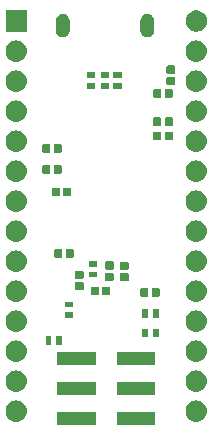
<source format=gbr>
G04 #@! TF.GenerationSoftware,KiCad,Pcbnew,5.0.1-33cea8e~66~ubuntu18.04.1*
G04 #@! TF.CreationDate,2018-10-16T23:10:54+02:00*
G04 #@! TF.ProjectId,TinyFPGA-BX,54696E79465047412D42582E6B696361,rev?*
G04 #@! TF.SameCoordinates,Original*
G04 #@! TF.FileFunction,Soldermask,Bot*
G04 #@! TF.FilePolarity,Negative*
%FSLAX46Y46*%
G04 Gerber Fmt 4.6, Leading zero omitted, Abs format (unit mm)*
G04 Created by KiCad (PCBNEW 5.0.1-33cea8e~66~ubuntu18.04.1) date di 16 okt 2018 23:10:54 CEST*
%MOMM*%
%LPD*%
G01*
G04 APERTURE LIST*
%ADD10C,0.100000*%
G04 APERTURE END LIST*
D10*
G36*
X155295000Y-131995000D02*
X152045000Y-131995000D01*
X152045000Y-130895000D01*
X155295000Y-130895000D01*
X155295000Y-131995000D01*
X155295000Y-131995000D01*
G37*
G36*
X150245000Y-131995000D02*
X146995000Y-131995000D01*
X146995000Y-130895000D01*
X150245000Y-130895000D01*
X150245000Y-131995000D01*
X150245000Y-131995000D01*
G37*
G36*
X143692432Y-129932122D02*
X143862081Y-129983585D01*
X144018433Y-130067156D01*
X144155475Y-130179625D01*
X144267944Y-130316667D01*
X144351515Y-130473019D01*
X144402978Y-130642668D01*
X144420354Y-130819100D01*
X144402978Y-130995532D01*
X144351515Y-131165181D01*
X144267944Y-131321533D01*
X144155475Y-131458575D01*
X144018433Y-131571044D01*
X143862081Y-131654615D01*
X143692432Y-131706078D01*
X143560211Y-131719100D01*
X143471789Y-131719100D01*
X143339568Y-131706078D01*
X143169919Y-131654615D01*
X143013567Y-131571044D01*
X142876525Y-131458575D01*
X142764056Y-131321533D01*
X142680485Y-131165181D01*
X142629022Y-130995532D01*
X142611646Y-130819100D01*
X142629022Y-130642668D01*
X142680485Y-130473019D01*
X142764056Y-130316667D01*
X142876525Y-130179625D01*
X143013567Y-130067156D01*
X143169919Y-129983585D01*
X143339568Y-129932122D01*
X143471789Y-129919100D01*
X143560211Y-129919100D01*
X143692432Y-129932122D01*
X143692432Y-129932122D01*
G37*
G36*
X158932432Y-129932122D02*
X159102081Y-129983585D01*
X159258433Y-130067156D01*
X159395475Y-130179625D01*
X159507944Y-130316667D01*
X159591515Y-130473019D01*
X159642978Y-130642668D01*
X159660354Y-130819100D01*
X159642978Y-130995532D01*
X159591515Y-131165181D01*
X159507944Y-131321533D01*
X159395475Y-131458575D01*
X159258433Y-131571044D01*
X159102081Y-131654615D01*
X158932432Y-131706078D01*
X158800211Y-131719100D01*
X158711789Y-131719100D01*
X158579568Y-131706078D01*
X158409919Y-131654615D01*
X158253567Y-131571044D01*
X158116525Y-131458575D01*
X158004056Y-131321533D01*
X157920485Y-131165181D01*
X157869022Y-130995532D01*
X157851646Y-130819100D01*
X157869022Y-130642668D01*
X157920485Y-130473019D01*
X158004056Y-130316667D01*
X158116525Y-130179625D01*
X158253567Y-130067156D01*
X158409919Y-129983585D01*
X158579568Y-129932122D01*
X158711789Y-129919100D01*
X158800211Y-129919100D01*
X158932432Y-129932122D01*
X158932432Y-129932122D01*
G37*
G36*
X155295000Y-129455000D02*
X152045000Y-129455000D01*
X152045000Y-128355000D01*
X155295000Y-128355000D01*
X155295000Y-129455000D01*
X155295000Y-129455000D01*
G37*
G36*
X150245000Y-129455000D02*
X146995000Y-129455000D01*
X146995000Y-128355000D01*
X150245000Y-128355000D01*
X150245000Y-129455000D01*
X150245000Y-129455000D01*
G37*
G36*
X158932432Y-127392122D02*
X159102081Y-127443585D01*
X159258433Y-127527156D01*
X159395475Y-127639625D01*
X159507944Y-127776667D01*
X159591515Y-127933019D01*
X159642978Y-128102668D01*
X159660354Y-128279100D01*
X159642978Y-128455532D01*
X159591515Y-128625181D01*
X159507944Y-128781533D01*
X159395475Y-128918575D01*
X159258433Y-129031044D01*
X159102081Y-129114615D01*
X158932432Y-129166078D01*
X158800211Y-129179100D01*
X158711789Y-129179100D01*
X158579568Y-129166078D01*
X158409919Y-129114615D01*
X158253567Y-129031044D01*
X158116525Y-128918575D01*
X158004056Y-128781533D01*
X157920485Y-128625181D01*
X157869022Y-128455532D01*
X157851646Y-128279100D01*
X157869022Y-128102668D01*
X157920485Y-127933019D01*
X158004056Y-127776667D01*
X158116525Y-127639625D01*
X158253567Y-127527156D01*
X158409919Y-127443585D01*
X158579568Y-127392122D01*
X158711789Y-127379100D01*
X158800211Y-127379100D01*
X158932432Y-127392122D01*
X158932432Y-127392122D01*
G37*
G36*
X143692432Y-127392122D02*
X143862081Y-127443585D01*
X144018433Y-127527156D01*
X144155475Y-127639625D01*
X144267944Y-127776667D01*
X144351515Y-127933019D01*
X144402978Y-128102668D01*
X144420354Y-128279100D01*
X144402978Y-128455532D01*
X144351515Y-128625181D01*
X144267944Y-128781533D01*
X144155475Y-128918575D01*
X144018433Y-129031044D01*
X143862081Y-129114615D01*
X143692432Y-129166078D01*
X143560211Y-129179100D01*
X143471789Y-129179100D01*
X143339568Y-129166078D01*
X143169919Y-129114615D01*
X143013567Y-129031044D01*
X142876525Y-128918575D01*
X142764056Y-128781533D01*
X142680485Y-128625181D01*
X142629022Y-128455532D01*
X142611646Y-128279100D01*
X142629022Y-128102668D01*
X142680485Y-127933019D01*
X142764056Y-127776667D01*
X142876525Y-127639625D01*
X143013567Y-127527156D01*
X143169919Y-127443585D01*
X143339568Y-127392122D01*
X143471789Y-127379100D01*
X143560211Y-127379100D01*
X143692432Y-127392122D01*
X143692432Y-127392122D01*
G37*
G36*
X155295000Y-126915000D02*
X152045000Y-126915000D01*
X152045000Y-125815000D01*
X155295000Y-125815000D01*
X155295000Y-126915000D01*
X155295000Y-126915000D01*
G37*
G36*
X150245000Y-126915000D02*
X146995000Y-126915000D01*
X146995000Y-125815000D01*
X150245000Y-125815000D01*
X150245000Y-126915000D01*
X150245000Y-126915000D01*
G37*
G36*
X143692432Y-124852122D02*
X143862081Y-124903585D01*
X144018433Y-124987156D01*
X144155475Y-125099625D01*
X144267944Y-125236667D01*
X144351515Y-125393019D01*
X144402978Y-125562668D01*
X144420354Y-125739100D01*
X144402978Y-125915532D01*
X144351515Y-126085181D01*
X144267944Y-126241533D01*
X144155475Y-126378575D01*
X144018433Y-126491044D01*
X143862081Y-126574615D01*
X143692432Y-126626078D01*
X143560211Y-126639100D01*
X143471789Y-126639100D01*
X143339568Y-126626078D01*
X143169919Y-126574615D01*
X143013567Y-126491044D01*
X142876525Y-126378575D01*
X142764056Y-126241533D01*
X142680485Y-126085181D01*
X142629022Y-125915532D01*
X142611646Y-125739100D01*
X142629022Y-125562668D01*
X142680485Y-125393019D01*
X142764056Y-125236667D01*
X142876525Y-125099625D01*
X143013567Y-124987156D01*
X143169919Y-124903585D01*
X143339568Y-124852122D01*
X143471789Y-124839100D01*
X143560211Y-124839100D01*
X143692432Y-124852122D01*
X143692432Y-124852122D01*
G37*
G36*
X158932432Y-124852122D02*
X159102081Y-124903585D01*
X159258433Y-124987156D01*
X159395475Y-125099625D01*
X159507944Y-125236667D01*
X159591515Y-125393019D01*
X159642978Y-125562668D01*
X159660354Y-125739100D01*
X159642978Y-125915532D01*
X159591515Y-126085181D01*
X159507944Y-126241533D01*
X159395475Y-126378575D01*
X159258433Y-126491044D01*
X159102081Y-126574615D01*
X158932432Y-126626078D01*
X158800211Y-126639100D01*
X158711789Y-126639100D01*
X158579568Y-126626078D01*
X158409919Y-126574615D01*
X158253567Y-126491044D01*
X158116525Y-126378575D01*
X158004056Y-126241533D01*
X157920485Y-126085181D01*
X157869022Y-125915532D01*
X157851646Y-125739100D01*
X157869022Y-125562668D01*
X157920485Y-125393019D01*
X158004056Y-125236667D01*
X158116525Y-125099625D01*
X158253567Y-124987156D01*
X158409919Y-124903585D01*
X158579568Y-124852122D01*
X158711789Y-124839100D01*
X158800211Y-124839100D01*
X158932432Y-124852122D01*
X158932432Y-124852122D01*
G37*
G36*
X146475000Y-125191000D02*
X145995000Y-125191000D01*
X145995000Y-124491000D01*
X146475000Y-124491000D01*
X146475000Y-125191000D01*
X146475000Y-125191000D01*
G37*
G36*
X147375000Y-125191000D02*
X146895000Y-125191000D01*
X146895000Y-124491000D01*
X147375000Y-124491000D01*
X147375000Y-125191000D01*
X147375000Y-125191000D01*
G37*
G36*
X155582000Y-124556000D02*
X155082000Y-124556000D01*
X155082000Y-123856000D01*
X155582000Y-123856000D01*
X155582000Y-124556000D01*
X155582000Y-124556000D01*
G37*
G36*
X154682000Y-124556000D02*
X154182000Y-124556000D01*
X154182000Y-123856000D01*
X154682000Y-123856000D01*
X154682000Y-124556000D01*
X154682000Y-124556000D01*
G37*
G36*
X158932432Y-122312122D02*
X159102081Y-122363585D01*
X159258433Y-122447156D01*
X159395475Y-122559625D01*
X159507944Y-122696667D01*
X159591515Y-122853019D01*
X159642978Y-123022668D01*
X159660354Y-123199100D01*
X159642978Y-123375532D01*
X159591515Y-123545181D01*
X159507944Y-123701533D01*
X159395475Y-123838575D01*
X159258433Y-123951044D01*
X159102081Y-124034615D01*
X158932432Y-124086078D01*
X158800211Y-124099100D01*
X158711789Y-124099100D01*
X158579568Y-124086078D01*
X158409919Y-124034615D01*
X158253567Y-123951044D01*
X158116525Y-123838575D01*
X158004056Y-123701533D01*
X157920485Y-123545181D01*
X157869022Y-123375532D01*
X157851646Y-123199100D01*
X157869022Y-123022668D01*
X157920485Y-122853019D01*
X158004056Y-122696667D01*
X158116525Y-122559625D01*
X158253567Y-122447156D01*
X158409919Y-122363585D01*
X158579568Y-122312122D01*
X158711789Y-122299100D01*
X158800211Y-122299100D01*
X158932432Y-122312122D01*
X158932432Y-122312122D01*
G37*
G36*
X143692432Y-122312122D02*
X143862081Y-122363585D01*
X144018433Y-122447156D01*
X144155475Y-122559625D01*
X144267944Y-122696667D01*
X144351515Y-122853019D01*
X144402978Y-123022668D01*
X144420354Y-123199100D01*
X144402978Y-123375532D01*
X144351515Y-123545181D01*
X144267944Y-123701533D01*
X144155475Y-123838575D01*
X144018433Y-123951044D01*
X143862081Y-124034615D01*
X143692432Y-124086078D01*
X143560211Y-124099100D01*
X143471789Y-124099100D01*
X143339568Y-124086078D01*
X143169919Y-124034615D01*
X143013567Y-123951044D01*
X142876525Y-123838575D01*
X142764056Y-123701533D01*
X142680485Y-123545181D01*
X142629022Y-123375532D01*
X142611646Y-123199100D01*
X142629022Y-123022668D01*
X142680485Y-122853019D01*
X142764056Y-122696667D01*
X142876525Y-122559625D01*
X143013567Y-122447156D01*
X143169919Y-122363585D01*
X143339568Y-122312122D01*
X143471789Y-122299100D01*
X143560211Y-122299100D01*
X143692432Y-122312122D01*
X143692432Y-122312122D01*
G37*
G36*
X148305000Y-122943000D02*
X147605000Y-122943000D01*
X147605000Y-122443000D01*
X148305000Y-122443000D01*
X148305000Y-122943000D01*
X148305000Y-122943000D01*
G37*
G36*
X154682000Y-122905000D02*
X154182000Y-122905000D01*
X154182000Y-122205000D01*
X154682000Y-122205000D01*
X154682000Y-122905000D01*
X154682000Y-122905000D01*
G37*
G36*
X155582000Y-122905000D02*
X155082000Y-122905000D01*
X155082000Y-122205000D01*
X155582000Y-122205000D01*
X155582000Y-122905000D01*
X155582000Y-122905000D01*
G37*
G36*
X148305000Y-122043000D02*
X147605000Y-122043000D01*
X147605000Y-121543000D01*
X148305000Y-121543000D01*
X148305000Y-122043000D01*
X148305000Y-122043000D01*
G37*
G36*
X143692432Y-119772122D02*
X143862081Y-119823585D01*
X144018433Y-119907156D01*
X144155475Y-120019625D01*
X144267944Y-120156667D01*
X144351515Y-120313019D01*
X144402978Y-120482668D01*
X144420354Y-120659100D01*
X144402978Y-120835532D01*
X144351515Y-121005181D01*
X144267944Y-121161533D01*
X144155475Y-121298575D01*
X144018433Y-121411044D01*
X143862081Y-121494615D01*
X143692432Y-121546078D01*
X143560211Y-121559100D01*
X143471789Y-121559100D01*
X143339568Y-121546078D01*
X143169919Y-121494615D01*
X143013567Y-121411044D01*
X142876525Y-121298575D01*
X142764056Y-121161533D01*
X142680485Y-121005181D01*
X142629022Y-120835532D01*
X142611646Y-120659100D01*
X142629022Y-120482668D01*
X142680485Y-120313019D01*
X142764056Y-120156667D01*
X142876525Y-120019625D01*
X143013567Y-119907156D01*
X143169919Y-119823585D01*
X143339568Y-119772122D01*
X143471789Y-119759100D01*
X143560211Y-119759100D01*
X143692432Y-119772122D01*
X143692432Y-119772122D01*
G37*
G36*
X158932432Y-119772122D02*
X159102081Y-119823585D01*
X159258433Y-119907156D01*
X159395475Y-120019625D01*
X159507944Y-120156667D01*
X159591515Y-120313019D01*
X159642978Y-120482668D01*
X159660354Y-120659100D01*
X159642978Y-120835532D01*
X159591515Y-121005181D01*
X159507944Y-121161533D01*
X159395475Y-121298575D01*
X159258433Y-121411044D01*
X159102081Y-121494615D01*
X158932432Y-121546078D01*
X158800211Y-121559100D01*
X158711789Y-121559100D01*
X158579568Y-121546078D01*
X158409919Y-121494615D01*
X158253567Y-121411044D01*
X158116525Y-121298575D01*
X158004056Y-121161533D01*
X157920485Y-121005181D01*
X157869022Y-120835532D01*
X157851646Y-120659100D01*
X157869022Y-120482668D01*
X157920485Y-120313019D01*
X158004056Y-120156667D01*
X158116525Y-120019625D01*
X158253567Y-119907156D01*
X158409919Y-119823585D01*
X158579568Y-119772122D01*
X158711789Y-119759100D01*
X158800211Y-119759100D01*
X158932432Y-119772122D01*
X158932432Y-119772122D01*
G37*
G36*
X154607340Y-120409706D02*
X154627866Y-120415933D01*
X154646773Y-120426039D01*
X154663354Y-120439646D01*
X154676961Y-120456227D01*
X154687067Y-120475134D01*
X154693294Y-120495660D01*
X154696000Y-120523138D01*
X154696000Y-121030862D01*
X154693294Y-121058340D01*
X154687067Y-121078866D01*
X154676961Y-121097773D01*
X154663354Y-121114354D01*
X154646773Y-121127961D01*
X154627866Y-121138067D01*
X154607340Y-121144294D01*
X154579862Y-121147000D01*
X154122138Y-121147000D01*
X154094660Y-121144294D01*
X154074134Y-121138067D01*
X154055227Y-121127961D01*
X154038646Y-121114354D01*
X154025039Y-121097773D01*
X154014933Y-121078866D01*
X154008706Y-121058340D01*
X154006000Y-121030862D01*
X154006000Y-120523138D01*
X154008706Y-120495660D01*
X154014933Y-120475134D01*
X154025039Y-120456227D01*
X154038646Y-120439646D01*
X154055227Y-120426039D01*
X154074134Y-120415933D01*
X154094660Y-120409706D01*
X154122138Y-120407000D01*
X154579862Y-120407000D01*
X154607340Y-120409706D01*
X154607340Y-120409706D01*
G37*
G36*
X155577340Y-120409706D02*
X155597866Y-120415933D01*
X155616773Y-120426039D01*
X155633354Y-120439646D01*
X155646961Y-120456227D01*
X155657067Y-120475134D01*
X155663294Y-120495660D01*
X155666000Y-120523138D01*
X155666000Y-121030862D01*
X155663294Y-121058340D01*
X155657067Y-121078866D01*
X155646961Y-121097773D01*
X155633354Y-121114354D01*
X155616773Y-121127961D01*
X155597866Y-121138067D01*
X155577340Y-121144294D01*
X155549862Y-121147000D01*
X155092138Y-121147000D01*
X155064660Y-121144294D01*
X155044134Y-121138067D01*
X155025227Y-121127961D01*
X155008646Y-121114354D01*
X154995039Y-121097773D01*
X154984933Y-121078866D01*
X154978706Y-121058340D01*
X154976000Y-121030862D01*
X154976000Y-120523138D01*
X154978706Y-120495660D01*
X154984933Y-120475134D01*
X154995039Y-120456227D01*
X155008646Y-120439646D01*
X155025227Y-120426039D01*
X155044134Y-120415933D01*
X155064660Y-120409706D01*
X155092138Y-120407000D01*
X155549862Y-120407000D01*
X155577340Y-120409706D01*
X155577340Y-120409706D01*
G37*
G36*
X150416340Y-120282706D02*
X150436866Y-120288933D01*
X150455773Y-120299039D01*
X150472354Y-120312646D01*
X150485961Y-120329227D01*
X150496067Y-120348134D01*
X150502294Y-120368660D01*
X150505000Y-120396138D01*
X150505000Y-120903862D01*
X150502294Y-120931340D01*
X150496067Y-120951866D01*
X150485961Y-120970773D01*
X150472354Y-120987354D01*
X150455773Y-121000961D01*
X150436866Y-121011067D01*
X150416340Y-121017294D01*
X150388862Y-121020000D01*
X149931138Y-121020000D01*
X149903660Y-121017294D01*
X149883134Y-121011067D01*
X149864227Y-121000961D01*
X149847646Y-120987354D01*
X149834039Y-120970773D01*
X149823933Y-120951866D01*
X149817706Y-120931340D01*
X149815000Y-120903862D01*
X149815000Y-120396138D01*
X149817706Y-120368660D01*
X149823933Y-120348134D01*
X149834039Y-120329227D01*
X149847646Y-120312646D01*
X149864227Y-120299039D01*
X149883134Y-120288933D01*
X149903660Y-120282706D01*
X149931138Y-120280000D01*
X150388862Y-120280000D01*
X150416340Y-120282706D01*
X150416340Y-120282706D01*
G37*
G36*
X151386340Y-120282706D02*
X151406866Y-120288933D01*
X151425773Y-120299039D01*
X151442354Y-120312646D01*
X151455961Y-120329227D01*
X151466067Y-120348134D01*
X151472294Y-120368660D01*
X151475000Y-120396138D01*
X151475000Y-120903862D01*
X151472294Y-120931340D01*
X151466067Y-120951866D01*
X151455961Y-120970773D01*
X151442354Y-120987354D01*
X151425773Y-121000961D01*
X151406866Y-121011067D01*
X151386340Y-121017294D01*
X151358862Y-121020000D01*
X150901138Y-121020000D01*
X150873660Y-121017294D01*
X150853134Y-121011067D01*
X150834227Y-121000961D01*
X150817646Y-120987354D01*
X150804039Y-120970773D01*
X150793933Y-120951866D01*
X150787706Y-120931340D01*
X150785000Y-120903862D01*
X150785000Y-120396138D01*
X150787706Y-120368660D01*
X150793933Y-120348134D01*
X150804039Y-120329227D01*
X150817646Y-120312646D01*
X150834227Y-120299039D01*
X150853134Y-120288933D01*
X150873660Y-120282706D01*
X150901138Y-120280000D01*
X151358862Y-120280000D01*
X151386340Y-120282706D01*
X151386340Y-120282706D01*
G37*
G36*
X149125340Y-119903706D02*
X149145866Y-119909933D01*
X149164773Y-119920039D01*
X149181354Y-119933646D01*
X149194961Y-119950227D01*
X149205067Y-119969134D01*
X149211294Y-119989660D01*
X149214000Y-120017138D01*
X149214000Y-120474862D01*
X149211294Y-120502340D01*
X149205067Y-120522866D01*
X149194961Y-120541773D01*
X149181354Y-120558354D01*
X149164773Y-120571961D01*
X149145866Y-120582067D01*
X149125340Y-120588294D01*
X149097862Y-120591000D01*
X148590138Y-120591000D01*
X148562660Y-120588294D01*
X148542134Y-120582067D01*
X148523227Y-120571961D01*
X148506646Y-120558354D01*
X148493039Y-120541773D01*
X148482933Y-120522866D01*
X148476706Y-120502340D01*
X148474000Y-120474862D01*
X148474000Y-120017138D01*
X148476706Y-119989660D01*
X148482933Y-119969134D01*
X148493039Y-119950227D01*
X148506646Y-119933646D01*
X148523227Y-119920039D01*
X148542134Y-119909933D01*
X148562660Y-119903706D01*
X148590138Y-119901000D01*
X149097862Y-119901000D01*
X149125340Y-119903706D01*
X149125340Y-119903706D01*
G37*
G36*
X152935340Y-119141706D02*
X152955866Y-119147933D01*
X152974773Y-119158039D01*
X152991354Y-119171646D01*
X153004961Y-119188227D01*
X153015067Y-119207134D01*
X153021294Y-119227660D01*
X153024000Y-119255138D01*
X153024000Y-119712862D01*
X153021294Y-119740340D01*
X153015067Y-119760866D01*
X153004961Y-119779773D01*
X152991354Y-119796354D01*
X152974773Y-119809961D01*
X152955866Y-119820067D01*
X152935340Y-119826294D01*
X152907862Y-119829000D01*
X152400138Y-119829000D01*
X152372660Y-119826294D01*
X152352134Y-119820067D01*
X152333227Y-119809961D01*
X152316646Y-119796354D01*
X152303039Y-119779773D01*
X152292933Y-119760866D01*
X152286706Y-119740340D01*
X152284000Y-119712862D01*
X152284000Y-119255138D01*
X152286706Y-119227660D01*
X152292933Y-119207134D01*
X152303039Y-119188227D01*
X152316646Y-119171646D01*
X152333227Y-119158039D01*
X152352134Y-119147933D01*
X152372660Y-119141706D01*
X152400138Y-119139000D01*
X152907862Y-119139000D01*
X152935340Y-119141706D01*
X152935340Y-119141706D01*
G37*
G36*
X151665340Y-119118706D02*
X151685866Y-119124933D01*
X151704773Y-119135039D01*
X151721354Y-119148646D01*
X151734961Y-119165227D01*
X151745067Y-119184134D01*
X151751294Y-119204660D01*
X151754000Y-119232138D01*
X151754000Y-119689862D01*
X151751294Y-119717340D01*
X151745067Y-119737866D01*
X151734961Y-119756773D01*
X151721354Y-119773354D01*
X151704773Y-119786961D01*
X151685866Y-119797067D01*
X151665340Y-119803294D01*
X151637862Y-119806000D01*
X151130138Y-119806000D01*
X151102660Y-119803294D01*
X151082134Y-119797067D01*
X151063227Y-119786961D01*
X151046646Y-119773354D01*
X151033039Y-119756773D01*
X151022933Y-119737866D01*
X151016706Y-119717340D01*
X151014000Y-119689862D01*
X151014000Y-119232138D01*
X151016706Y-119204660D01*
X151022933Y-119184134D01*
X151033039Y-119165227D01*
X151046646Y-119148646D01*
X151063227Y-119135039D01*
X151082134Y-119124933D01*
X151102660Y-119118706D01*
X151130138Y-119116000D01*
X151637862Y-119116000D01*
X151665340Y-119118706D01*
X151665340Y-119118706D01*
G37*
G36*
X149125340Y-118933706D02*
X149145866Y-118939933D01*
X149164773Y-118950039D01*
X149181354Y-118963646D01*
X149194961Y-118980227D01*
X149205067Y-118999134D01*
X149211294Y-119019660D01*
X149214000Y-119047138D01*
X149214000Y-119504862D01*
X149211294Y-119532340D01*
X149205067Y-119552866D01*
X149194961Y-119571773D01*
X149181354Y-119588354D01*
X149164773Y-119601961D01*
X149145866Y-119612067D01*
X149125340Y-119618294D01*
X149097862Y-119621000D01*
X148590138Y-119621000D01*
X148562660Y-119618294D01*
X148542134Y-119612067D01*
X148523227Y-119601961D01*
X148506646Y-119588354D01*
X148493039Y-119571773D01*
X148482933Y-119552866D01*
X148476706Y-119532340D01*
X148474000Y-119504862D01*
X148474000Y-119047138D01*
X148476706Y-119019660D01*
X148482933Y-118999134D01*
X148493039Y-118980227D01*
X148506646Y-118963646D01*
X148523227Y-118950039D01*
X148542134Y-118939933D01*
X148562660Y-118933706D01*
X148590138Y-118931000D01*
X149097862Y-118931000D01*
X149125340Y-118933706D01*
X149125340Y-118933706D01*
G37*
G36*
X150337000Y-119503000D02*
X149637000Y-119503000D01*
X149637000Y-119003000D01*
X150337000Y-119003000D01*
X150337000Y-119503000D01*
X150337000Y-119503000D01*
G37*
G36*
X143692432Y-117232122D02*
X143862081Y-117283585D01*
X144018433Y-117367156D01*
X144155475Y-117479625D01*
X144267944Y-117616667D01*
X144351515Y-117773019D01*
X144402978Y-117942668D01*
X144420354Y-118119100D01*
X144402978Y-118295532D01*
X144351515Y-118465181D01*
X144267944Y-118621533D01*
X144155475Y-118758575D01*
X144018433Y-118871044D01*
X143862081Y-118954615D01*
X143692432Y-119006078D01*
X143560211Y-119019100D01*
X143471789Y-119019100D01*
X143339568Y-119006078D01*
X143169919Y-118954615D01*
X143013567Y-118871044D01*
X142876525Y-118758575D01*
X142764056Y-118621533D01*
X142680485Y-118465181D01*
X142629022Y-118295532D01*
X142611646Y-118119100D01*
X142629022Y-117942668D01*
X142680485Y-117773019D01*
X142764056Y-117616667D01*
X142876525Y-117479625D01*
X143013567Y-117367156D01*
X143169919Y-117283585D01*
X143339568Y-117232122D01*
X143471789Y-117219100D01*
X143560211Y-117219100D01*
X143692432Y-117232122D01*
X143692432Y-117232122D01*
G37*
G36*
X158932432Y-117232122D02*
X159102081Y-117283585D01*
X159258433Y-117367156D01*
X159395475Y-117479625D01*
X159507944Y-117616667D01*
X159591515Y-117773019D01*
X159642978Y-117942668D01*
X159660354Y-118119100D01*
X159642978Y-118295532D01*
X159591515Y-118465181D01*
X159507944Y-118621533D01*
X159395475Y-118758575D01*
X159258433Y-118871044D01*
X159102081Y-118954615D01*
X158932432Y-119006078D01*
X158800211Y-119019100D01*
X158711789Y-119019100D01*
X158579568Y-119006078D01*
X158409919Y-118954615D01*
X158253567Y-118871044D01*
X158116525Y-118758575D01*
X158004056Y-118621533D01*
X157920485Y-118465181D01*
X157869022Y-118295532D01*
X157851646Y-118119100D01*
X157869022Y-117942668D01*
X157920485Y-117773019D01*
X158004056Y-117616667D01*
X158116525Y-117479625D01*
X158253567Y-117367156D01*
X158409919Y-117283585D01*
X158579568Y-117232122D01*
X158711789Y-117219100D01*
X158800211Y-117219100D01*
X158932432Y-117232122D01*
X158932432Y-117232122D01*
G37*
G36*
X152935340Y-118171706D02*
X152955866Y-118177933D01*
X152974773Y-118188039D01*
X152991354Y-118201646D01*
X153004961Y-118218227D01*
X153015067Y-118237134D01*
X153021294Y-118257660D01*
X153024000Y-118285138D01*
X153024000Y-118742862D01*
X153021294Y-118770340D01*
X153015067Y-118790866D01*
X153004961Y-118809773D01*
X152991354Y-118826354D01*
X152974773Y-118839961D01*
X152955866Y-118850067D01*
X152935340Y-118856294D01*
X152907862Y-118859000D01*
X152400138Y-118859000D01*
X152372660Y-118856294D01*
X152352134Y-118850067D01*
X152333227Y-118839961D01*
X152316646Y-118826354D01*
X152303039Y-118809773D01*
X152292933Y-118790866D01*
X152286706Y-118770340D01*
X152284000Y-118742862D01*
X152284000Y-118285138D01*
X152286706Y-118257660D01*
X152292933Y-118237134D01*
X152303039Y-118218227D01*
X152316646Y-118201646D01*
X152333227Y-118188039D01*
X152352134Y-118177933D01*
X152372660Y-118171706D01*
X152400138Y-118169000D01*
X152907862Y-118169000D01*
X152935340Y-118171706D01*
X152935340Y-118171706D01*
G37*
G36*
X151665340Y-118148706D02*
X151685866Y-118154933D01*
X151704773Y-118165039D01*
X151721354Y-118178646D01*
X151734961Y-118195227D01*
X151745067Y-118214134D01*
X151751294Y-118234660D01*
X151754000Y-118262138D01*
X151754000Y-118719862D01*
X151751294Y-118747340D01*
X151745067Y-118767866D01*
X151734961Y-118786773D01*
X151721354Y-118803354D01*
X151704773Y-118816961D01*
X151685866Y-118827067D01*
X151665340Y-118833294D01*
X151637862Y-118836000D01*
X151130138Y-118836000D01*
X151102660Y-118833294D01*
X151082134Y-118827067D01*
X151063227Y-118816961D01*
X151046646Y-118803354D01*
X151033039Y-118786773D01*
X151022933Y-118767866D01*
X151016706Y-118747340D01*
X151014000Y-118719862D01*
X151014000Y-118262138D01*
X151016706Y-118234660D01*
X151022933Y-118214134D01*
X151033039Y-118195227D01*
X151046646Y-118178646D01*
X151063227Y-118165039D01*
X151082134Y-118154933D01*
X151102660Y-118148706D01*
X151130138Y-118146000D01*
X151637862Y-118146000D01*
X151665340Y-118148706D01*
X151665340Y-118148706D01*
G37*
G36*
X150337000Y-118603000D02*
X149637000Y-118603000D01*
X149637000Y-118103000D01*
X150337000Y-118103000D01*
X150337000Y-118603000D01*
X150337000Y-118603000D01*
G37*
G36*
X148292340Y-117107706D02*
X148312866Y-117113933D01*
X148331773Y-117124039D01*
X148348354Y-117137646D01*
X148361961Y-117154227D01*
X148372067Y-117173134D01*
X148378294Y-117193660D01*
X148381000Y-117221138D01*
X148381000Y-117728862D01*
X148378294Y-117756340D01*
X148372067Y-117776866D01*
X148361961Y-117795773D01*
X148348354Y-117812354D01*
X148331773Y-117825961D01*
X148312866Y-117836067D01*
X148292340Y-117842294D01*
X148264862Y-117845000D01*
X147807138Y-117845000D01*
X147779660Y-117842294D01*
X147759134Y-117836067D01*
X147740227Y-117825961D01*
X147723646Y-117812354D01*
X147710039Y-117795773D01*
X147699933Y-117776866D01*
X147693706Y-117756340D01*
X147691000Y-117728862D01*
X147691000Y-117221138D01*
X147693706Y-117193660D01*
X147699933Y-117173134D01*
X147710039Y-117154227D01*
X147723646Y-117137646D01*
X147740227Y-117124039D01*
X147759134Y-117113933D01*
X147779660Y-117107706D01*
X147807138Y-117105000D01*
X148264862Y-117105000D01*
X148292340Y-117107706D01*
X148292340Y-117107706D01*
G37*
G36*
X147322340Y-117107706D02*
X147342866Y-117113933D01*
X147361773Y-117124039D01*
X147378354Y-117137646D01*
X147391961Y-117154227D01*
X147402067Y-117173134D01*
X147408294Y-117193660D01*
X147411000Y-117221138D01*
X147411000Y-117728862D01*
X147408294Y-117756340D01*
X147402067Y-117776866D01*
X147391961Y-117795773D01*
X147378354Y-117812354D01*
X147361773Y-117825961D01*
X147342866Y-117836067D01*
X147322340Y-117842294D01*
X147294862Y-117845000D01*
X146837138Y-117845000D01*
X146809660Y-117842294D01*
X146789134Y-117836067D01*
X146770227Y-117825961D01*
X146753646Y-117812354D01*
X146740039Y-117795773D01*
X146729933Y-117776866D01*
X146723706Y-117756340D01*
X146721000Y-117728862D01*
X146721000Y-117221138D01*
X146723706Y-117193660D01*
X146729933Y-117173134D01*
X146740039Y-117154227D01*
X146753646Y-117137646D01*
X146770227Y-117124039D01*
X146789134Y-117113933D01*
X146809660Y-117107706D01*
X146837138Y-117105000D01*
X147294862Y-117105000D01*
X147322340Y-117107706D01*
X147322340Y-117107706D01*
G37*
G36*
X143692432Y-114692122D02*
X143862081Y-114743585D01*
X144018433Y-114827156D01*
X144155475Y-114939625D01*
X144267944Y-115076667D01*
X144351515Y-115233019D01*
X144402978Y-115402668D01*
X144420354Y-115579100D01*
X144402978Y-115755532D01*
X144351515Y-115925181D01*
X144267944Y-116081533D01*
X144155475Y-116218575D01*
X144018433Y-116331044D01*
X143862081Y-116414615D01*
X143692432Y-116466078D01*
X143560211Y-116479100D01*
X143471789Y-116479100D01*
X143339568Y-116466078D01*
X143169919Y-116414615D01*
X143013567Y-116331044D01*
X142876525Y-116218575D01*
X142764056Y-116081533D01*
X142680485Y-115925181D01*
X142629022Y-115755532D01*
X142611646Y-115579100D01*
X142629022Y-115402668D01*
X142680485Y-115233019D01*
X142764056Y-115076667D01*
X142876525Y-114939625D01*
X143013567Y-114827156D01*
X143169919Y-114743585D01*
X143339568Y-114692122D01*
X143471789Y-114679100D01*
X143560211Y-114679100D01*
X143692432Y-114692122D01*
X143692432Y-114692122D01*
G37*
G36*
X158932432Y-114692122D02*
X159102081Y-114743585D01*
X159258433Y-114827156D01*
X159395475Y-114939625D01*
X159507944Y-115076667D01*
X159591515Y-115233019D01*
X159642978Y-115402668D01*
X159660354Y-115579100D01*
X159642978Y-115755532D01*
X159591515Y-115925181D01*
X159507944Y-116081533D01*
X159395475Y-116218575D01*
X159258433Y-116331044D01*
X159102081Y-116414615D01*
X158932432Y-116466078D01*
X158800211Y-116479100D01*
X158711789Y-116479100D01*
X158579568Y-116466078D01*
X158409919Y-116414615D01*
X158253567Y-116331044D01*
X158116525Y-116218575D01*
X158004056Y-116081533D01*
X157920485Y-115925181D01*
X157869022Y-115755532D01*
X157851646Y-115579100D01*
X157869022Y-115402668D01*
X157920485Y-115233019D01*
X158004056Y-115076667D01*
X158116525Y-114939625D01*
X158253567Y-114827156D01*
X158409919Y-114743585D01*
X158579568Y-114692122D01*
X158711789Y-114679100D01*
X158800211Y-114679100D01*
X158932432Y-114692122D01*
X158932432Y-114692122D01*
G37*
G36*
X143692432Y-112152122D02*
X143862081Y-112203585D01*
X144018433Y-112287156D01*
X144155475Y-112399625D01*
X144267944Y-112536667D01*
X144351515Y-112693019D01*
X144402978Y-112862668D01*
X144420354Y-113039100D01*
X144402978Y-113215532D01*
X144351515Y-113385181D01*
X144267944Y-113541533D01*
X144155475Y-113678575D01*
X144018433Y-113791044D01*
X143862081Y-113874615D01*
X143692432Y-113926078D01*
X143560211Y-113939100D01*
X143471789Y-113939100D01*
X143339568Y-113926078D01*
X143169919Y-113874615D01*
X143013567Y-113791044D01*
X142876525Y-113678575D01*
X142764056Y-113541533D01*
X142680485Y-113385181D01*
X142629022Y-113215532D01*
X142611646Y-113039100D01*
X142629022Y-112862668D01*
X142680485Y-112693019D01*
X142764056Y-112536667D01*
X142876525Y-112399625D01*
X143013567Y-112287156D01*
X143169919Y-112203585D01*
X143339568Y-112152122D01*
X143471789Y-112139100D01*
X143560211Y-112139100D01*
X143692432Y-112152122D01*
X143692432Y-112152122D01*
G37*
G36*
X158932432Y-112152122D02*
X159102081Y-112203585D01*
X159258433Y-112287156D01*
X159395475Y-112399625D01*
X159507944Y-112536667D01*
X159591515Y-112693019D01*
X159642978Y-112862668D01*
X159660354Y-113039100D01*
X159642978Y-113215532D01*
X159591515Y-113385181D01*
X159507944Y-113541533D01*
X159395475Y-113678575D01*
X159258433Y-113791044D01*
X159102081Y-113874615D01*
X158932432Y-113926078D01*
X158800211Y-113939100D01*
X158711789Y-113939100D01*
X158579568Y-113926078D01*
X158409919Y-113874615D01*
X158253567Y-113791044D01*
X158116525Y-113678575D01*
X158004056Y-113541533D01*
X157920485Y-113385181D01*
X157869022Y-113215532D01*
X157851646Y-113039100D01*
X157869022Y-112862668D01*
X157920485Y-112693019D01*
X158004056Y-112536667D01*
X158116525Y-112399625D01*
X158253567Y-112287156D01*
X158409919Y-112203585D01*
X158579568Y-112152122D01*
X158711789Y-112139100D01*
X158800211Y-112139100D01*
X158932432Y-112152122D01*
X158932432Y-112152122D01*
G37*
G36*
X148084340Y-111900706D02*
X148104866Y-111906933D01*
X148123773Y-111917039D01*
X148140354Y-111930646D01*
X148153961Y-111947227D01*
X148164067Y-111966134D01*
X148170294Y-111986660D01*
X148173000Y-112014138D01*
X148173000Y-112521862D01*
X148170294Y-112549340D01*
X148164067Y-112569866D01*
X148153961Y-112588773D01*
X148140354Y-112605354D01*
X148123773Y-112618961D01*
X148104866Y-112629067D01*
X148084340Y-112635294D01*
X148056862Y-112638000D01*
X147599138Y-112638000D01*
X147571660Y-112635294D01*
X147551134Y-112629067D01*
X147532227Y-112618961D01*
X147515646Y-112605354D01*
X147502039Y-112588773D01*
X147491933Y-112569866D01*
X147485706Y-112549340D01*
X147483000Y-112521862D01*
X147483000Y-112014138D01*
X147485706Y-111986660D01*
X147491933Y-111966134D01*
X147502039Y-111947227D01*
X147515646Y-111930646D01*
X147532227Y-111917039D01*
X147551134Y-111906933D01*
X147571660Y-111900706D01*
X147599138Y-111898000D01*
X148056862Y-111898000D01*
X148084340Y-111900706D01*
X148084340Y-111900706D01*
G37*
G36*
X147114340Y-111900706D02*
X147134866Y-111906933D01*
X147153773Y-111917039D01*
X147170354Y-111930646D01*
X147183961Y-111947227D01*
X147194067Y-111966134D01*
X147200294Y-111986660D01*
X147203000Y-112014138D01*
X147203000Y-112521862D01*
X147200294Y-112549340D01*
X147194067Y-112569866D01*
X147183961Y-112588773D01*
X147170354Y-112605354D01*
X147153773Y-112618961D01*
X147134866Y-112629067D01*
X147114340Y-112635294D01*
X147086862Y-112638000D01*
X146629138Y-112638000D01*
X146601660Y-112635294D01*
X146581134Y-112629067D01*
X146562227Y-112618961D01*
X146545646Y-112605354D01*
X146532039Y-112588773D01*
X146521933Y-112569866D01*
X146515706Y-112549340D01*
X146513000Y-112521862D01*
X146513000Y-112014138D01*
X146515706Y-111986660D01*
X146521933Y-111966134D01*
X146532039Y-111947227D01*
X146545646Y-111930646D01*
X146562227Y-111917039D01*
X146581134Y-111906933D01*
X146601660Y-111900706D01*
X146629138Y-111898000D01*
X147086862Y-111898000D01*
X147114340Y-111900706D01*
X147114340Y-111900706D01*
G37*
G36*
X158932432Y-109612122D02*
X159102081Y-109663585D01*
X159258433Y-109747156D01*
X159395475Y-109859625D01*
X159507944Y-109996667D01*
X159591515Y-110153019D01*
X159642978Y-110322668D01*
X159660354Y-110499100D01*
X159642978Y-110675532D01*
X159591515Y-110845181D01*
X159507944Y-111001533D01*
X159395475Y-111138575D01*
X159258433Y-111251044D01*
X159102081Y-111334615D01*
X158932432Y-111386078D01*
X158800211Y-111399100D01*
X158711789Y-111399100D01*
X158579568Y-111386078D01*
X158409919Y-111334615D01*
X158253567Y-111251044D01*
X158116525Y-111138575D01*
X158004056Y-111001533D01*
X157920485Y-110845181D01*
X157869022Y-110675532D01*
X157851646Y-110499100D01*
X157869022Y-110322668D01*
X157920485Y-110153019D01*
X158004056Y-109996667D01*
X158116525Y-109859625D01*
X158253567Y-109747156D01*
X158409919Y-109663585D01*
X158579568Y-109612122D01*
X158711789Y-109599100D01*
X158800211Y-109599100D01*
X158932432Y-109612122D01*
X158932432Y-109612122D01*
G37*
G36*
X143692432Y-109612122D02*
X143862081Y-109663585D01*
X144018433Y-109747156D01*
X144155475Y-109859625D01*
X144267944Y-109996667D01*
X144351515Y-110153019D01*
X144402978Y-110322668D01*
X144420354Y-110499100D01*
X144402978Y-110675532D01*
X144351515Y-110845181D01*
X144267944Y-111001533D01*
X144155475Y-111138575D01*
X144018433Y-111251044D01*
X143862081Y-111334615D01*
X143692432Y-111386078D01*
X143560211Y-111399100D01*
X143471789Y-111399100D01*
X143339568Y-111386078D01*
X143169919Y-111334615D01*
X143013567Y-111251044D01*
X142876525Y-111138575D01*
X142764056Y-111001533D01*
X142680485Y-110845181D01*
X142629022Y-110675532D01*
X142611646Y-110499100D01*
X142629022Y-110322668D01*
X142680485Y-110153019D01*
X142764056Y-109996667D01*
X142876525Y-109859625D01*
X143013567Y-109747156D01*
X143169919Y-109663585D01*
X143339568Y-109612122D01*
X143471789Y-109599100D01*
X143560211Y-109599100D01*
X143692432Y-109612122D01*
X143692432Y-109612122D01*
G37*
G36*
X146306340Y-109995706D02*
X146326866Y-110001933D01*
X146345773Y-110012039D01*
X146362354Y-110025646D01*
X146375961Y-110042227D01*
X146386067Y-110061134D01*
X146392294Y-110081660D01*
X146395000Y-110109138D01*
X146395000Y-110616862D01*
X146392294Y-110644340D01*
X146386067Y-110664866D01*
X146375961Y-110683773D01*
X146362354Y-110700354D01*
X146345773Y-110713961D01*
X146326866Y-110724067D01*
X146306340Y-110730294D01*
X146278862Y-110733000D01*
X145821138Y-110733000D01*
X145793660Y-110730294D01*
X145773134Y-110724067D01*
X145754227Y-110713961D01*
X145737646Y-110700354D01*
X145724039Y-110683773D01*
X145713933Y-110664866D01*
X145707706Y-110644340D01*
X145705000Y-110616862D01*
X145705000Y-110109138D01*
X145707706Y-110081660D01*
X145713933Y-110061134D01*
X145724039Y-110042227D01*
X145737646Y-110025646D01*
X145754227Y-110012039D01*
X145773134Y-110001933D01*
X145793660Y-109995706D01*
X145821138Y-109993000D01*
X146278862Y-109993000D01*
X146306340Y-109995706D01*
X146306340Y-109995706D01*
G37*
G36*
X147276340Y-109995706D02*
X147296866Y-110001933D01*
X147315773Y-110012039D01*
X147332354Y-110025646D01*
X147345961Y-110042227D01*
X147356067Y-110061134D01*
X147362294Y-110081660D01*
X147365000Y-110109138D01*
X147365000Y-110616862D01*
X147362294Y-110644340D01*
X147356067Y-110664866D01*
X147345961Y-110683773D01*
X147332354Y-110700354D01*
X147315773Y-110713961D01*
X147296866Y-110724067D01*
X147276340Y-110730294D01*
X147248862Y-110733000D01*
X146791138Y-110733000D01*
X146763660Y-110730294D01*
X146743134Y-110724067D01*
X146724227Y-110713961D01*
X146707646Y-110700354D01*
X146694039Y-110683773D01*
X146683933Y-110664866D01*
X146677706Y-110644340D01*
X146675000Y-110616862D01*
X146675000Y-110109138D01*
X146677706Y-110081660D01*
X146683933Y-110061134D01*
X146694039Y-110042227D01*
X146707646Y-110025646D01*
X146724227Y-110012039D01*
X146743134Y-110001933D01*
X146763660Y-109995706D01*
X146791138Y-109993000D01*
X147248862Y-109993000D01*
X147276340Y-109995706D01*
X147276340Y-109995706D01*
G37*
G36*
X146306340Y-108217706D02*
X146326866Y-108223933D01*
X146345773Y-108234039D01*
X146362354Y-108247646D01*
X146375961Y-108264227D01*
X146386067Y-108283134D01*
X146392294Y-108303660D01*
X146395000Y-108331138D01*
X146395000Y-108838862D01*
X146392294Y-108866340D01*
X146386067Y-108886866D01*
X146375961Y-108905773D01*
X146362354Y-108922354D01*
X146345773Y-108935961D01*
X146326866Y-108946067D01*
X146306340Y-108952294D01*
X146278862Y-108955000D01*
X145821138Y-108955000D01*
X145793660Y-108952294D01*
X145773134Y-108946067D01*
X145754227Y-108935961D01*
X145737646Y-108922354D01*
X145724039Y-108905773D01*
X145713933Y-108886866D01*
X145707706Y-108866340D01*
X145705000Y-108838862D01*
X145705000Y-108331138D01*
X145707706Y-108303660D01*
X145713933Y-108283134D01*
X145724039Y-108264227D01*
X145737646Y-108247646D01*
X145754227Y-108234039D01*
X145773134Y-108223933D01*
X145793660Y-108217706D01*
X145821138Y-108215000D01*
X146278862Y-108215000D01*
X146306340Y-108217706D01*
X146306340Y-108217706D01*
G37*
G36*
X147276340Y-108217706D02*
X147296866Y-108223933D01*
X147315773Y-108234039D01*
X147332354Y-108247646D01*
X147345961Y-108264227D01*
X147356067Y-108283134D01*
X147362294Y-108303660D01*
X147365000Y-108331138D01*
X147365000Y-108838862D01*
X147362294Y-108866340D01*
X147356067Y-108886866D01*
X147345961Y-108905773D01*
X147332354Y-108922354D01*
X147315773Y-108935961D01*
X147296866Y-108946067D01*
X147276340Y-108952294D01*
X147248862Y-108955000D01*
X146791138Y-108955000D01*
X146763660Y-108952294D01*
X146743134Y-108946067D01*
X146724227Y-108935961D01*
X146707646Y-108922354D01*
X146694039Y-108905773D01*
X146683933Y-108886866D01*
X146677706Y-108866340D01*
X146675000Y-108838862D01*
X146675000Y-108331138D01*
X146677706Y-108303660D01*
X146683933Y-108283134D01*
X146694039Y-108264227D01*
X146707646Y-108247646D01*
X146724227Y-108234039D01*
X146743134Y-108223933D01*
X146763660Y-108217706D01*
X146791138Y-108215000D01*
X147248862Y-108215000D01*
X147276340Y-108217706D01*
X147276340Y-108217706D01*
G37*
G36*
X143692432Y-107072122D02*
X143862081Y-107123585D01*
X144018433Y-107207156D01*
X144155475Y-107319625D01*
X144267944Y-107456667D01*
X144351515Y-107613019D01*
X144402978Y-107782668D01*
X144420354Y-107959100D01*
X144402978Y-108135532D01*
X144351515Y-108305181D01*
X144267944Y-108461533D01*
X144155475Y-108598575D01*
X144018433Y-108711044D01*
X143862081Y-108794615D01*
X143692432Y-108846078D01*
X143560211Y-108859100D01*
X143471789Y-108859100D01*
X143339568Y-108846078D01*
X143169919Y-108794615D01*
X143013567Y-108711044D01*
X142876525Y-108598575D01*
X142764056Y-108461533D01*
X142680485Y-108305181D01*
X142629022Y-108135532D01*
X142611646Y-107959100D01*
X142629022Y-107782668D01*
X142680485Y-107613019D01*
X142764056Y-107456667D01*
X142876525Y-107319625D01*
X143013567Y-107207156D01*
X143169919Y-107123585D01*
X143339568Y-107072122D01*
X143471789Y-107059100D01*
X143560211Y-107059100D01*
X143692432Y-107072122D01*
X143692432Y-107072122D01*
G37*
G36*
X158932432Y-107072122D02*
X159102081Y-107123585D01*
X159258433Y-107207156D01*
X159395475Y-107319625D01*
X159507944Y-107456667D01*
X159591515Y-107613019D01*
X159642978Y-107782668D01*
X159660354Y-107959100D01*
X159642978Y-108135532D01*
X159591515Y-108305181D01*
X159507944Y-108461533D01*
X159395475Y-108598575D01*
X159258433Y-108711044D01*
X159102081Y-108794615D01*
X158932432Y-108846078D01*
X158800211Y-108859100D01*
X158711789Y-108859100D01*
X158579568Y-108846078D01*
X158409919Y-108794615D01*
X158253567Y-108711044D01*
X158116525Y-108598575D01*
X158004056Y-108461533D01*
X157920485Y-108305181D01*
X157869022Y-108135532D01*
X157851646Y-107959100D01*
X157869022Y-107782668D01*
X157920485Y-107613019D01*
X158004056Y-107456667D01*
X158116525Y-107319625D01*
X158253567Y-107207156D01*
X158409919Y-107123585D01*
X158579568Y-107072122D01*
X158711789Y-107059100D01*
X158800211Y-107059100D01*
X158932432Y-107072122D01*
X158932432Y-107072122D01*
G37*
G36*
X156677340Y-107155806D02*
X156697866Y-107162033D01*
X156716773Y-107172139D01*
X156733354Y-107185746D01*
X156746961Y-107202327D01*
X156757067Y-107221234D01*
X156763294Y-107241760D01*
X156766000Y-107269238D01*
X156766000Y-107776962D01*
X156763294Y-107804440D01*
X156757067Y-107824966D01*
X156746961Y-107843873D01*
X156733354Y-107860454D01*
X156716773Y-107874061D01*
X156697866Y-107884167D01*
X156677340Y-107890394D01*
X156649862Y-107893100D01*
X156192138Y-107893100D01*
X156164660Y-107890394D01*
X156144134Y-107884167D01*
X156125227Y-107874061D01*
X156108646Y-107860454D01*
X156095039Y-107843873D01*
X156084933Y-107824966D01*
X156078706Y-107804440D01*
X156076000Y-107776962D01*
X156076000Y-107269238D01*
X156078706Y-107241760D01*
X156084933Y-107221234D01*
X156095039Y-107202327D01*
X156108646Y-107185746D01*
X156125227Y-107172139D01*
X156144134Y-107162033D01*
X156164660Y-107155806D01*
X156192138Y-107153100D01*
X156649862Y-107153100D01*
X156677340Y-107155806D01*
X156677340Y-107155806D01*
G37*
G36*
X155707340Y-107155806D02*
X155727866Y-107162033D01*
X155746773Y-107172139D01*
X155763354Y-107185746D01*
X155776961Y-107202327D01*
X155787067Y-107221234D01*
X155793294Y-107241760D01*
X155796000Y-107269238D01*
X155796000Y-107776962D01*
X155793294Y-107804440D01*
X155787067Y-107824966D01*
X155776961Y-107843873D01*
X155763354Y-107860454D01*
X155746773Y-107874061D01*
X155727866Y-107884167D01*
X155707340Y-107890394D01*
X155679862Y-107893100D01*
X155222138Y-107893100D01*
X155194660Y-107890394D01*
X155174134Y-107884167D01*
X155155227Y-107874061D01*
X155138646Y-107860454D01*
X155125039Y-107843873D01*
X155114933Y-107824966D01*
X155108706Y-107804440D01*
X155106000Y-107776962D01*
X155106000Y-107269238D01*
X155108706Y-107241760D01*
X155114933Y-107221234D01*
X155125039Y-107202327D01*
X155138646Y-107185746D01*
X155155227Y-107172139D01*
X155174134Y-107162033D01*
X155194660Y-107155806D01*
X155222138Y-107153100D01*
X155679862Y-107153100D01*
X155707340Y-107155806D01*
X155707340Y-107155806D01*
G37*
G36*
X155707340Y-105955806D02*
X155727866Y-105962033D01*
X155746773Y-105972139D01*
X155763354Y-105985746D01*
X155776961Y-106002327D01*
X155787067Y-106021234D01*
X155793294Y-106041760D01*
X155796000Y-106069238D01*
X155796000Y-106576962D01*
X155793294Y-106604440D01*
X155787067Y-106624966D01*
X155776961Y-106643873D01*
X155763354Y-106660454D01*
X155746773Y-106674061D01*
X155727866Y-106684167D01*
X155707340Y-106690394D01*
X155679862Y-106693100D01*
X155222138Y-106693100D01*
X155194660Y-106690394D01*
X155174134Y-106684167D01*
X155155227Y-106674061D01*
X155138646Y-106660454D01*
X155125039Y-106643873D01*
X155114933Y-106624966D01*
X155108706Y-106604440D01*
X155106000Y-106576962D01*
X155106000Y-106069238D01*
X155108706Y-106041760D01*
X155114933Y-106021234D01*
X155125039Y-106002327D01*
X155138646Y-105985746D01*
X155155227Y-105972139D01*
X155174134Y-105962033D01*
X155194660Y-105955806D01*
X155222138Y-105953100D01*
X155679862Y-105953100D01*
X155707340Y-105955806D01*
X155707340Y-105955806D01*
G37*
G36*
X156677340Y-105955806D02*
X156697866Y-105962033D01*
X156716773Y-105972139D01*
X156733354Y-105985746D01*
X156746961Y-106002327D01*
X156757067Y-106021234D01*
X156763294Y-106041760D01*
X156766000Y-106069238D01*
X156766000Y-106576962D01*
X156763294Y-106604440D01*
X156757067Y-106624966D01*
X156746961Y-106643873D01*
X156733354Y-106660454D01*
X156716773Y-106674061D01*
X156697866Y-106684167D01*
X156677340Y-106690394D01*
X156649862Y-106693100D01*
X156192138Y-106693100D01*
X156164660Y-106690394D01*
X156144134Y-106684167D01*
X156125227Y-106674061D01*
X156108646Y-106660454D01*
X156095039Y-106643873D01*
X156084933Y-106624966D01*
X156078706Y-106604440D01*
X156076000Y-106576962D01*
X156076000Y-106069238D01*
X156078706Y-106041760D01*
X156084933Y-106021234D01*
X156095039Y-106002327D01*
X156108646Y-105985746D01*
X156125227Y-105972139D01*
X156144134Y-105962033D01*
X156164660Y-105955806D01*
X156192138Y-105953100D01*
X156649862Y-105953100D01*
X156677340Y-105955806D01*
X156677340Y-105955806D01*
G37*
G36*
X143692432Y-104532122D02*
X143862081Y-104583585D01*
X144018433Y-104667156D01*
X144155475Y-104779625D01*
X144267944Y-104916667D01*
X144351515Y-105073019D01*
X144402978Y-105242668D01*
X144420354Y-105419100D01*
X144402978Y-105595532D01*
X144351515Y-105765181D01*
X144267944Y-105921533D01*
X144155475Y-106058575D01*
X144018433Y-106171044D01*
X143862081Y-106254615D01*
X143692432Y-106306078D01*
X143560211Y-106319100D01*
X143471789Y-106319100D01*
X143339568Y-106306078D01*
X143169919Y-106254615D01*
X143013567Y-106171044D01*
X142876525Y-106058575D01*
X142764056Y-105921533D01*
X142680485Y-105765181D01*
X142629022Y-105595532D01*
X142611646Y-105419100D01*
X142629022Y-105242668D01*
X142680485Y-105073019D01*
X142764056Y-104916667D01*
X142876525Y-104779625D01*
X143013567Y-104667156D01*
X143169919Y-104583585D01*
X143339568Y-104532122D01*
X143471789Y-104519100D01*
X143560211Y-104519100D01*
X143692432Y-104532122D01*
X143692432Y-104532122D01*
G37*
G36*
X158932432Y-104532122D02*
X159102081Y-104583585D01*
X159258433Y-104667156D01*
X159395475Y-104779625D01*
X159507944Y-104916667D01*
X159591515Y-105073019D01*
X159642978Y-105242668D01*
X159660354Y-105419100D01*
X159642978Y-105595532D01*
X159591515Y-105765181D01*
X159507944Y-105921533D01*
X159395475Y-106058575D01*
X159258433Y-106171044D01*
X159102081Y-106254615D01*
X158932432Y-106306078D01*
X158800211Y-106319100D01*
X158711789Y-106319100D01*
X158579568Y-106306078D01*
X158409919Y-106254615D01*
X158253567Y-106171044D01*
X158116525Y-106058575D01*
X158004056Y-105921533D01*
X157920485Y-105765181D01*
X157869022Y-105595532D01*
X157851646Y-105419100D01*
X157869022Y-105242668D01*
X157920485Y-105073019D01*
X158004056Y-104916667D01*
X158116525Y-104779625D01*
X158253567Y-104667156D01*
X158409919Y-104583585D01*
X158579568Y-104532122D01*
X158711789Y-104519100D01*
X158800211Y-104519100D01*
X158932432Y-104532122D01*
X158932432Y-104532122D01*
G37*
G36*
X155707340Y-103555806D02*
X155727866Y-103562033D01*
X155746773Y-103572139D01*
X155763354Y-103585746D01*
X155776961Y-103602327D01*
X155787067Y-103621234D01*
X155793294Y-103641760D01*
X155796000Y-103669238D01*
X155796000Y-104176962D01*
X155793294Y-104204440D01*
X155787067Y-104224966D01*
X155776961Y-104243873D01*
X155763354Y-104260454D01*
X155746773Y-104274061D01*
X155727866Y-104284167D01*
X155707340Y-104290394D01*
X155679862Y-104293100D01*
X155222138Y-104293100D01*
X155194660Y-104290394D01*
X155174134Y-104284167D01*
X155155227Y-104274061D01*
X155138646Y-104260454D01*
X155125039Y-104243873D01*
X155114933Y-104224966D01*
X155108706Y-104204440D01*
X155106000Y-104176962D01*
X155106000Y-103669238D01*
X155108706Y-103641760D01*
X155114933Y-103621234D01*
X155125039Y-103602327D01*
X155138646Y-103585746D01*
X155155227Y-103572139D01*
X155174134Y-103562033D01*
X155194660Y-103555806D01*
X155222138Y-103553100D01*
X155679862Y-103553100D01*
X155707340Y-103555806D01*
X155707340Y-103555806D01*
G37*
G36*
X156677340Y-103555806D02*
X156697866Y-103562033D01*
X156716773Y-103572139D01*
X156733354Y-103585746D01*
X156746961Y-103602327D01*
X156757067Y-103621234D01*
X156763294Y-103641760D01*
X156766000Y-103669238D01*
X156766000Y-104176962D01*
X156763294Y-104204440D01*
X156757067Y-104224966D01*
X156746961Y-104243873D01*
X156733354Y-104260454D01*
X156716773Y-104274061D01*
X156697866Y-104284167D01*
X156677340Y-104290394D01*
X156649862Y-104293100D01*
X156192138Y-104293100D01*
X156164660Y-104290394D01*
X156144134Y-104284167D01*
X156125227Y-104274061D01*
X156108646Y-104260454D01*
X156095039Y-104243873D01*
X156084933Y-104224966D01*
X156078706Y-104204440D01*
X156076000Y-104176962D01*
X156076000Y-103669238D01*
X156078706Y-103641760D01*
X156084933Y-103621234D01*
X156095039Y-103602327D01*
X156108646Y-103585746D01*
X156125227Y-103572139D01*
X156144134Y-103562033D01*
X156164660Y-103555806D01*
X156192138Y-103553100D01*
X156649862Y-103553100D01*
X156677340Y-103555806D01*
X156677340Y-103555806D01*
G37*
G36*
X158932432Y-101992122D02*
X159102081Y-102043585D01*
X159258433Y-102127156D01*
X159395475Y-102239625D01*
X159507944Y-102376667D01*
X159591515Y-102533019D01*
X159642978Y-102702668D01*
X159660354Y-102879100D01*
X159642978Y-103055532D01*
X159591515Y-103225181D01*
X159507944Y-103381533D01*
X159395475Y-103518575D01*
X159258433Y-103631044D01*
X159102081Y-103714615D01*
X158932432Y-103766078D01*
X158800211Y-103779100D01*
X158711789Y-103779100D01*
X158579568Y-103766078D01*
X158409919Y-103714615D01*
X158253567Y-103631044D01*
X158116525Y-103518575D01*
X158004056Y-103381533D01*
X157920485Y-103225181D01*
X157869022Y-103055532D01*
X157851646Y-102879100D01*
X157869022Y-102702668D01*
X157920485Y-102533019D01*
X158004056Y-102376667D01*
X158116525Y-102239625D01*
X158253567Y-102127156D01*
X158409919Y-102043585D01*
X158579568Y-101992122D01*
X158711789Y-101979100D01*
X158800211Y-101979100D01*
X158932432Y-101992122D01*
X158932432Y-101992122D01*
G37*
G36*
X143692432Y-101992122D02*
X143862081Y-102043585D01*
X144018433Y-102127156D01*
X144155475Y-102239625D01*
X144267944Y-102376667D01*
X144351515Y-102533019D01*
X144402978Y-102702668D01*
X144420354Y-102879100D01*
X144402978Y-103055532D01*
X144351515Y-103225181D01*
X144267944Y-103381533D01*
X144155475Y-103518575D01*
X144018433Y-103631044D01*
X143862081Y-103714615D01*
X143692432Y-103766078D01*
X143560211Y-103779100D01*
X143471789Y-103779100D01*
X143339568Y-103766078D01*
X143169919Y-103714615D01*
X143013567Y-103631044D01*
X142876525Y-103518575D01*
X142764056Y-103381533D01*
X142680485Y-103225181D01*
X142629022Y-103055532D01*
X142611646Y-102879100D01*
X142629022Y-102702668D01*
X142680485Y-102533019D01*
X142764056Y-102376667D01*
X142876525Y-102239625D01*
X143013567Y-102127156D01*
X143169919Y-102043585D01*
X143339568Y-101992122D01*
X143471789Y-101979100D01*
X143560211Y-101979100D01*
X143692432Y-101992122D01*
X143692432Y-101992122D01*
G37*
G36*
X151353000Y-103512000D02*
X150653000Y-103512000D01*
X150653000Y-103012000D01*
X151353000Y-103012000D01*
X151353000Y-103512000D01*
X151353000Y-103512000D01*
G37*
G36*
X152432500Y-103512000D02*
X151732500Y-103512000D01*
X151732500Y-103012000D01*
X152432500Y-103012000D01*
X152432500Y-103512000D01*
X152432500Y-103512000D01*
G37*
G36*
X150210000Y-103506500D02*
X149510000Y-103506500D01*
X149510000Y-103006500D01*
X150210000Y-103006500D01*
X150210000Y-103506500D01*
X150210000Y-103506500D01*
G37*
G36*
X156872340Y-102527706D02*
X156892866Y-102533933D01*
X156911773Y-102544039D01*
X156928354Y-102557646D01*
X156941961Y-102574227D01*
X156952067Y-102593134D01*
X156958294Y-102613660D01*
X156961000Y-102641138D01*
X156961000Y-103098862D01*
X156958294Y-103126340D01*
X156952067Y-103146866D01*
X156941961Y-103165773D01*
X156928354Y-103182354D01*
X156911773Y-103195961D01*
X156892866Y-103206067D01*
X156872340Y-103212294D01*
X156844862Y-103215000D01*
X156337138Y-103215000D01*
X156309660Y-103212294D01*
X156289134Y-103206067D01*
X156270227Y-103195961D01*
X156253646Y-103182354D01*
X156240039Y-103165773D01*
X156229933Y-103146866D01*
X156223706Y-103126340D01*
X156221000Y-103098862D01*
X156221000Y-102641138D01*
X156223706Y-102613660D01*
X156229933Y-102593134D01*
X156240039Y-102574227D01*
X156253646Y-102557646D01*
X156270227Y-102544039D01*
X156289134Y-102533933D01*
X156309660Y-102527706D01*
X156337138Y-102525000D01*
X156844862Y-102525000D01*
X156872340Y-102527706D01*
X156872340Y-102527706D01*
G37*
G36*
X152432500Y-102612000D02*
X151732500Y-102612000D01*
X151732500Y-102112000D01*
X152432500Y-102112000D01*
X152432500Y-102612000D01*
X152432500Y-102612000D01*
G37*
G36*
X151353000Y-102612000D02*
X150653000Y-102612000D01*
X150653000Y-102112000D01*
X151353000Y-102112000D01*
X151353000Y-102612000D01*
X151353000Y-102612000D01*
G37*
G36*
X150210000Y-102606500D02*
X149510000Y-102606500D01*
X149510000Y-102106500D01*
X150210000Y-102106500D01*
X150210000Y-102606500D01*
X150210000Y-102606500D01*
G37*
G36*
X156872340Y-101557706D02*
X156892866Y-101563933D01*
X156911773Y-101574039D01*
X156928354Y-101587646D01*
X156941961Y-101604227D01*
X156952067Y-101623134D01*
X156958294Y-101643660D01*
X156961000Y-101671138D01*
X156961000Y-102128862D01*
X156958294Y-102156340D01*
X156952067Y-102176866D01*
X156941961Y-102195773D01*
X156928354Y-102212354D01*
X156911773Y-102225961D01*
X156892866Y-102236067D01*
X156872340Y-102242294D01*
X156844862Y-102245000D01*
X156337138Y-102245000D01*
X156309660Y-102242294D01*
X156289134Y-102236067D01*
X156270227Y-102225961D01*
X156253646Y-102212354D01*
X156240039Y-102195773D01*
X156229933Y-102176866D01*
X156223706Y-102156340D01*
X156221000Y-102128862D01*
X156221000Y-101671138D01*
X156223706Y-101643660D01*
X156229933Y-101623134D01*
X156240039Y-101604227D01*
X156253646Y-101587646D01*
X156270227Y-101574039D01*
X156289134Y-101563933D01*
X156309660Y-101557706D01*
X156337138Y-101555000D01*
X156844862Y-101555000D01*
X156872340Y-101557706D01*
X156872340Y-101557706D01*
G37*
G36*
X158932432Y-99452122D02*
X159102081Y-99503585D01*
X159258433Y-99587156D01*
X159395475Y-99699625D01*
X159507944Y-99836667D01*
X159591515Y-99993019D01*
X159642978Y-100162668D01*
X159660354Y-100339100D01*
X159642978Y-100515532D01*
X159591515Y-100685181D01*
X159507944Y-100841533D01*
X159395475Y-100978575D01*
X159258433Y-101091044D01*
X159102081Y-101174615D01*
X158932432Y-101226078D01*
X158800211Y-101239100D01*
X158711789Y-101239100D01*
X158579568Y-101226078D01*
X158409919Y-101174615D01*
X158253567Y-101091044D01*
X158116525Y-100978575D01*
X158004056Y-100841533D01*
X157920485Y-100685181D01*
X157869022Y-100515532D01*
X157851646Y-100339100D01*
X157869022Y-100162668D01*
X157920485Y-99993019D01*
X158004056Y-99836667D01*
X158116525Y-99699625D01*
X158253567Y-99587156D01*
X158409919Y-99503585D01*
X158579568Y-99452122D01*
X158711789Y-99439100D01*
X158800211Y-99439100D01*
X158932432Y-99452122D01*
X158932432Y-99452122D01*
G37*
G36*
X143692432Y-99452122D02*
X143862081Y-99503585D01*
X144018433Y-99587156D01*
X144155475Y-99699625D01*
X144267944Y-99836667D01*
X144351515Y-99993019D01*
X144402978Y-100162668D01*
X144420354Y-100339100D01*
X144402978Y-100515532D01*
X144351515Y-100685181D01*
X144267944Y-100841533D01*
X144155475Y-100978575D01*
X144018433Y-101091044D01*
X143862081Y-101174615D01*
X143692432Y-101226078D01*
X143560211Y-101239100D01*
X143471789Y-101239100D01*
X143339568Y-101226078D01*
X143169919Y-101174615D01*
X143013567Y-101091044D01*
X142876525Y-100978575D01*
X142764056Y-100841533D01*
X142680485Y-100685181D01*
X142629022Y-100515532D01*
X142611646Y-100339100D01*
X142629022Y-100162668D01*
X142680485Y-99993019D01*
X142764056Y-99836667D01*
X142876525Y-99699625D01*
X143013567Y-99587156D01*
X143169919Y-99503585D01*
X143339568Y-99452122D01*
X143471789Y-99439100D01*
X143560211Y-99439100D01*
X143692432Y-99452122D01*
X143692432Y-99452122D01*
G37*
G36*
X147558716Y-97179319D02*
X147558719Y-97179320D01*
X147558720Y-97179320D01*
X147667108Y-97212199D01*
X147667110Y-97212200D01*
X147767000Y-97265593D01*
X147854554Y-97337446D01*
X147926407Y-97425000D01*
X147926408Y-97425002D01*
X147979801Y-97524892D01*
X148012680Y-97633280D01*
X148012681Y-97633284D01*
X148021000Y-97717750D01*
X148021000Y-98624250D01*
X148012681Y-98708716D01*
X147979800Y-98817110D01*
X147926409Y-98916997D01*
X147918030Y-98927207D01*
X147854554Y-99004554D01*
X147817891Y-99034642D01*
X147766999Y-99076407D01*
X147766997Y-99076408D01*
X147667107Y-99129801D01*
X147558719Y-99162680D01*
X147558718Y-99162680D01*
X147558715Y-99162681D01*
X147446000Y-99173782D01*
X147333284Y-99162681D01*
X147333281Y-99162680D01*
X147333280Y-99162680D01*
X147224892Y-99129801D01*
X147224890Y-99129800D01*
X147125003Y-99076409D01*
X147114793Y-99068030D01*
X147037446Y-99004554D01*
X146965594Y-98917000D01*
X146965593Y-98916999D01*
X146912200Y-98817109D01*
X146879321Y-98708720D01*
X146879320Y-98708719D01*
X146879320Y-98708718D01*
X146879319Y-98708715D01*
X146871000Y-98624249D01*
X146871000Y-97717751D01*
X146879320Y-97633284D01*
X146879321Y-97633280D01*
X146912200Y-97524892D01*
X146965593Y-97425002D01*
X146965594Y-97425000D01*
X147037447Y-97337446D01*
X147125001Y-97265593D01*
X147224891Y-97212200D01*
X147224893Y-97212199D01*
X147333281Y-97179320D01*
X147333282Y-97179320D01*
X147333285Y-97179319D01*
X147446000Y-97168218D01*
X147558716Y-97179319D01*
X147558716Y-97179319D01*
G37*
G36*
X154708715Y-97179319D02*
X154708718Y-97179320D01*
X154708719Y-97179320D01*
X154817107Y-97212199D01*
X154817109Y-97212200D01*
X154916999Y-97265593D01*
X154967891Y-97307358D01*
X155004554Y-97337446D01*
X155033560Y-97372791D01*
X155076407Y-97425000D01*
X155076408Y-97425002D01*
X155129801Y-97524892D01*
X155162680Y-97633280D01*
X155162681Y-97633284D01*
X155171000Y-97717750D01*
X155171000Y-98624250D01*
X155162681Y-98708716D01*
X155129800Y-98817110D01*
X155076407Y-98917000D01*
X155004554Y-99004554D01*
X154917000Y-99076407D01*
X154916998Y-99076408D01*
X154817108Y-99129801D01*
X154708720Y-99162680D01*
X154708719Y-99162680D01*
X154708716Y-99162681D01*
X154596000Y-99173782D01*
X154483285Y-99162681D01*
X154483282Y-99162680D01*
X154483281Y-99162680D01*
X154374893Y-99129801D01*
X154275003Y-99076408D01*
X154275001Y-99076407D01*
X154187447Y-99004554D01*
X154115594Y-98917000D01*
X154062201Y-98817110D01*
X154029320Y-98708716D01*
X154021000Y-98624249D01*
X154021000Y-97717751D01*
X154029319Y-97633285D01*
X154029320Y-97633281D01*
X154062199Y-97524893D01*
X154115592Y-97425003D01*
X154115593Y-97425001D01*
X154187444Y-97337449D01*
X154187446Y-97337446D01*
X154275002Y-97265592D01*
X154275001Y-97265592D01*
X154275003Y-97265591D01*
X154374890Y-97212200D01*
X154374892Y-97212199D01*
X154483280Y-97179320D01*
X154483281Y-97179320D01*
X154483284Y-97179319D01*
X154596000Y-97168218D01*
X154708715Y-97179319D01*
X154708715Y-97179319D01*
G37*
G36*
X159018521Y-96933686D02*
X159182309Y-97001529D01*
X159329720Y-97100026D01*
X159455074Y-97225380D01*
X159553571Y-97372791D01*
X159621414Y-97536579D01*
X159656000Y-97710456D01*
X159656000Y-97887744D01*
X159621414Y-98061621D01*
X159553571Y-98225409D01*
X159455074Y-98372820D01*
X159329720Y-98498174D01*
X159182309Y-98596671D01*
X159018521Y-98664514D01*
X158844644Y-98699100D01*
X158667356Y-98699100D01*
X158493479Y-98664514D01*
X158329691Y-98596671D01*
X158182280Y-98498174D01*
X158056926Y-98372820D01*
X157958429Y-98225409D01*
X157890586Y-98061621D01*
X157856000Y-97887744D01*
X157856000Y-97710456D01*
X157890586Y-97536579D01*
X157958429Y-97372791D01*
X158056926Y-97225380D01*
X158182280Y-97100026D01*
X158329691Y-97001529D01*
X158493479Y-96933686D01*
X158667356Y-96899100D01*
X158844644Y-96899100D01*
X159018521Y-96933686D01*
X159018521Y-96933686D01*
G37*
G36*
X144416000Y-98699100D02*
X142616000Y-98699100D01*
X142616000Y-96899100D01*
X144416000Y-96899100D01*
X144416000Y-98699100D01*
X144416000Y-98699100D01*
G37*
M02*

</source>
